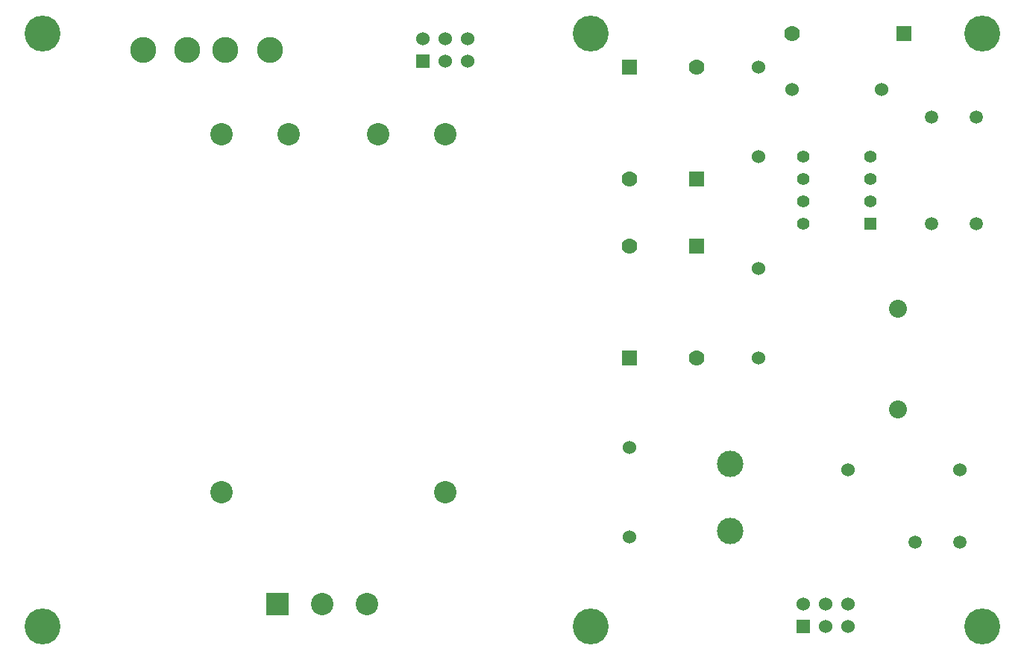
<source format=gts>
G04 (created by PCBNEW (2013-jul-07)-stable) date Tue 04 Feb 2014 11:20:20 PM PST*
%MOIN*%
G04 Gerber Fmt 3.4, Leading zero omitted, Abs format*
%FSLAX34Y34*%
G01*
G70*
G90*
G04 APERTURE LIST*
%ADD10C,0.00590551*%
%ADD11C,0.08*%
%ADD12C,0.1*%
%ADD13C,0.06*%
%ADD14R,0.06X0.06*%
%ADD15C,0.0591*%
%ADD16R,0.055X0.055*%
%ADD17C,0.055*%
%ADD18C,0.07*%
%ADD19R,0.07X0.07*%
%ADD20C,0.116*%
%ADD21R,0.1X0.1*%
%ADD22C,0.1181*%
%ADD23C,0.16*%
G04 APERTURE END LIST*
G54D10*
G54D11*
X74000Y-37550D03*
X74000Y-42050D03*
G54D12*
X43750Y-45750D03*
X43750Y-29750D03*
X46750Y-29750D03*
X50750Y-29750D03*
X53750Y-29750D03*
X53750Y-45750D03*
G54D13*
X67750Y-35750D03*
X67750Y-39750D03*
G54D14*
X69750Y-51750D03*
G54D13*
X69750Y-50750D03*
X70750Y-51750D03*
X70750Y-50750D03*
X71750Y-51750D03*
X71750Y-50750D03*
G54D14*
X52750Y-26500D03*
G54D13*
X52750Y-25500D03*
X53750Y-26500D03*
X53750Y-25500D03*
X54750Y-26500D03*
X54750Y-25500D03*
G54D15*
X77500Y-29000D03*
X75500Y-29000D03*
X76750Y-48000D03*
X74750Y-48000D03*
X77500Y-33750D03*
X75500Y-33750D03*
G54D16*
X72750Y-33750D03*
G54D17*
X72750Y-32750D03*
X72750Y-31750D03*
X72750Y-30750D03*
X69750Y-30750D03*
X69750Y-31750D03*
X69750Y-32750D03*
X69750Y-33750D03*
G54D18*
X69250Y-25250D03*
G54D19*
X74250Y-25250D03*
G54D18*
X62000Y-34750D03*
G54D19*
X62000Y-39750D03*
G54D18*
X65000Y-26750D03*
G54D19*
X65000Y-31750D03*
G54D18*
X62000Y-31750D03*
G54D19*
X62000Y-26750D03*
G54D18*
X65000Y-39750D03*
G54D19*
X65000Y-34750D03*
G54D20*
X40250Y-26000D03*
X42240Y-26000D03*
X43910Y-26000D03*
X45910Y-26000D03*
G54D21*
X46250Y-50750D03*
G54D12*
X48250Y-50750D03*
X50250Y-50750D03*
G54D22*
X66500Y-47500D03*
X66500Y-44500D03*
G54D23*
X60250Y-25250D03*
X35750Y-25250D03*
X35750Y-51750D03*
X60250Y-51750D03*
X77750Y-25250D03*
X77750Y-51750D03*
G54D13*
X67750Y-30750D03*
X67750Y-26750D03*
X69250Y-27750D03*
X73250Y-27750D03*
X62000Y-47750D03*
X62000Y-43750D03*
X76750Y-44750D03*
X71750Y-44750D03*
M02*

</source>
